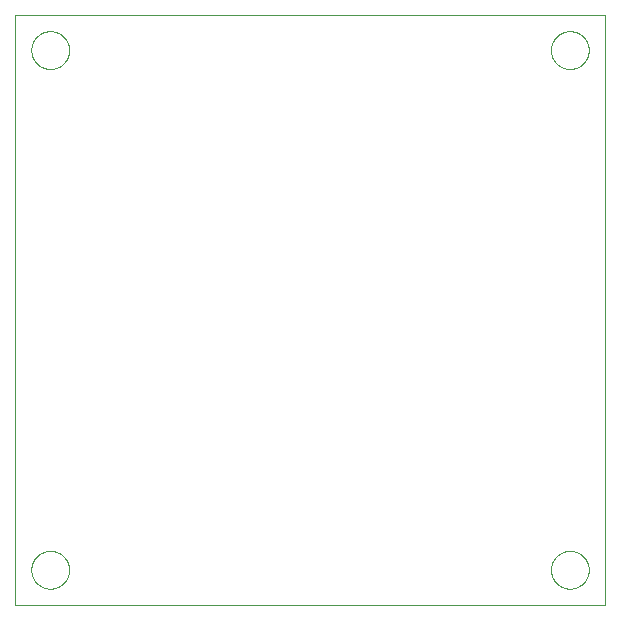
<source format=gbp>
G75*
%MOIN*%
%OFA0B0*%
%FSLAX25Y25*%
%IPPOS*%
%LPD*%
%AMOC8*
5,1,8,0,0,1.08239X$1,22.5*
%
%ADD10C,0.00000*%
D10*
X0002300Y0040837D02*
X0199150Y0040837D01*
X0199150Y0237687D01*
X0002300Y0237687D01*
X0002300Y0040837D01*
X0007812Y0052648D02*
X0007814Y0052806D01*
X0007820Y0052964D01*
X0007830Y0053122D01*
X0007844Y0053280D01*
X0007862Y0053437D01*
X0007883Y0053594D01*
X0007909Y0053750D01*
X0007939Y0053906D01*
X0007972Y0054061D01*
X0008010Y0054214D01*
X0008051Y0054367D01*
X0008096Y0054519D01*
X0008145Y0054670D01*
X0008198Y0054819D01*
X0008254Y0054967D01*
X0008314Y0055113D01*
X0008378Y0055258D01*
X0008446Y0055401D01*
X0008517Y0055543D01*
X0008591Y0055683D01*
X0008669Y0055820D01*
X0008751Y0055956D01*
X0008835Y0056090D01*
X0008924Y0056221D01*
X0009015Y0056350D01*
X0009110Y0056477D01*
X0009207Y0056602D01*
X0009308Y0056724D01*
X0009412Y0056843D01*
X0009519Y0056960D01*
X0009629Y0057074D01*
X0009742Y0057185D01*
X0009857Y0057294D01*
X0009975Y0057399D01*
X0010096Y0057501D01*
X0010219Y0057601D01*
X0010345Y0057697D01*
X0010473Y0057790D01*
X0010603Y0057880D01*
X0010736Y0057966D01*
X0010871Y0058050D01*
X0011007Y0058129D01*
X0011146Y0058206D01*
X0011287Y0058278D01*
X0011429Y0058348D01*
X0011573Y0058413D01*
X0011719Y0058475D01*
X0011866Y0058533D01*
X0012015Y0058588D01*
X0012165Y0058639D01*
X0012316Y0058686D01*
X0012468Y0058729D01*
X0012621Y0058768D01*
X0012776Y0058804D01*
X0012931Y0058835D01*
X0013087Y0058863D01*
X0013243Y0058887D01*
X0013400Y0058907D01*
X0013558Y0058923D01*
X0013715Y0058935D01*
X0013874Y0058943D01*
X0014032Y0058947D01*
X0014190Y0058947D01*
X0014348Y0058943D01*
X0014507Y0058935D01*
X0014664Y0058923D01*
X0014822Y0058907D01*
X0014979Y0058887D01*
X0015135Y0058863D01*
X0015291Y0058835D01*
X0015446Y0058804D01*
X0015601Y0058768D01*
X0015754Y0058729D01*
X0015906Y0058686D01*
X0016057Y0058639D01*
X0016207Y0058588D01*
X0016356Y0058533D01*
X0016503Y0058475D01*
X0016649Y0058413D01*
X0016793Y0058348D01*
X0016935Y0058278D01*
X0017076Y0058206D01*
X0017215Y0058129D01*
X0017351Y0058050D01*
X0017486Y0057966D01*
X0017619Y0057880D01*
X0017749Y0057790D01*
X0017877Y0057697D01*
X0018003Y0057601D01*
X0018126Y0057501D01*
X0018247Y0057399D01*
X0018365Y0057294D01*
X0018480Y0057185D01*
X0018593Y0057074D01*
X0018703Y0056960D01*
X0018810Y0056843D01*
X0018914Y0056724D01*
X0019015Y0056602D01*
X0019112Y0056477D01*
X0019207Y0056350D01*
X0019298Y0056221D01*
X0019387Y0056090D01*
X0019471Y0055956D01*
X0019553Y0055820D01*
X0019631Y0055683D01*
X0019705Y0055543D01*
X0019776Y0055401D01*
X0019844Y0055258D01*
X0019908Y0055113D01*
X0019968Y0054967D01*
X0020024Y0054819D01*
X0020077Y0054670D01*
X0020126Y0054519D01*
X0020171Y0054367D01*
X0020212Y0054214D01*
X0020250Y0054061D01*
X0020283Y0053906D01*
X0020313Y0053750D01*
X0020339Y0053594D01*
X0020360Y0053437D01*
X0020378Y0053280D01*
X0020392Y0053122D01*
X0020402Y0052964D01*
X0020408Y0052806D01*
X0020410Y0052648D01*
X0020408Y0052490D01*
X0020402Y0052332D01*
X0020392Y0052174D01*
X0020378Y0052016D01*
X0020360Y0051859D01*
X0020339Y0051702D01*
X0020313Y0051546D01*
X0020283Y0051390D01*
X0020250Y0051235D01*
X0020212Y0051082D01*
X0020171Y0050929D01*
X0020126Y0050777D01*
X0020077Y0050626D01*
X0020024Y0050477D01*
X0019968Y0050329D01*
X0019908Y0050183D01*
X0019844Y0050038D01*
X0019776Y0049895D01*
X0019705Y0049753D01*
X0019631Y0049613D01*
X0019553Y0049476D01*
X0019471Y0049340D01*
X0019387Y0049206D01*
X0019298Y0049075D01*
X0019207Y0048946D01*
X0019112Y0048819D01*
X0019015Y0048694D01*
X0018914Y0048572D01*
X0018810Y0048453D01*
X0018703Y0048336D01*
X0018593Y0048222D01*
X0018480Y0048111D01*
X0018365Y0048002D01*
X0018247Y0047897D01*
X0018126Y0047795D01*
X0018003Y0047695D01*
X0017877Y0047599D01*
X0017749Y0047506D01*
X0017619Y0047416D01*
X0017486Y0047330D01*
X0017351Y0047246D01*
X0017215Y0047167D01*
X0017076Y0047090D01*
X0016935Y0047018D01*
X0016793Y0046948D01*
X0016649Y0046883D01*
X0016503Y0046821D01*
X0016356Y0046763D01*
X0016207Y0046708D01*
X0016057Y0046657D01*
X0015906Y0046610D01*
X0015754Y0046567D01*
X0015601Y0046528D01*
X0015446Y0046492D01*
X0015291Y0046461D01*
X0015135Y0046433D01*
X0014979Y0046409D01*
X0014822Y0046389D01*
X0014664Y0046373D01*
X0014507Y0046361D01*
X0014348Y0046353D01*
X0014190Y0046349D01*
X0014032Y0046349D01*
X0013874Y0046353D01*
X0013715Y0046361D01*
X0013558Y0046373D01*
X0013400Y0046389D01*
X0013243Y0046409D01*
X0013087Y0046433D01*
X0012931Y0046461D01*
X0012776Y0046492D01*
X0012621Y0046528D01*
X0012468Y0046567D01*
X0012316Y0046610D01*
X0012165Y0046657D01*
X0012015Y0046708D01*
X0011866Y0046763D01*
X0011719Y0046821D01*
X0011573Y0046883D01*
X0011429Y0046948D01*
X0011287Y0047018D01*
X0011146Y0047090D01*
X0011007Y0047167D01*
X0010871Y0047246D01*
X0010736Y0047330D01*
X0010603Y0047416D01*
X0010473Y0047506D01*
X0010345Y0047599D01*
X0010219Y0047695D01*
X0010096Y0047795D01*
X0009975Y0047897D01*
X0009857Y0048002D01*
X0009742Y0048111D01*
X0009629Y0048222D01*
X0009519Y0048336D01*
X0009412Y0048453D01*
X0009308Y0048572D01*
X0009207Y0048694D01*
X0009110Y0048819D01*
X0009015Y0048946D01*
X0008924Y0049075D01*
X0008835Y0049206D01*
X0008751Y0049340D01*
X0008669Y0049476D01*
X0008591Y0049613D01*
X0008517Y0049753D01*
X0008446Y0049895D01*
X0008378Y0050038D01*
X0008314Y0050183D01*
X0008254Y0050329D01*
X0008198Y0050477D01*
X0008145Y0050626D01*
X0008096Y0050777D01*
X0008051Y0050929D01*
X0008010Y0051082D01*
X0007972Y0051235D01*
X0007939Y0051390D01*
X0007909Y0051546D01*
X0007883Y0051702D01*
X0007862Y0051859D01*
X0007844Y0052016D01*
X0007830Y0052174D01*
X0007820Y0052332D01*
X0007814Y0052490D01*
X0007812Y0052648D01*
X0007812Y0225876D02*
X0007814Y0226034D01*
X0007820Y0226192D01*
X0007830Y0226350D01*
X0007844Y0226508D01*
X0007862Y0226665D01*
X0007883Y0226822D01*
X0007909Y0226978D01*
X0007939Y0227134D01*
X0007972Y0227289D01*
X0008010Y0227442D01*
X0008051Y0227595D01*
X0008096Y0227747D01*
X0008145Y0227898D01*
X0008198Y0228047D01*
X0008254Y0228195D01*
X0008314Y0228341D01*
X0008378Y0228486D01*
X0008446Y0228629D01*
X0008517Y0228771D01*
X0008591Y0228911D01*
X0008669Y0229048D01*
X0008751Y0229184D01*
X0008835Y0229318D01*
X0008924Y0229449D01*
X0009015Y0229578D01*
X0009110Y0229705D01*
X0009207Y0229830D01*
X0009308Y0229952D01*
X0009412Y0230071D01*
X0009519Y0230188D01*
X0009629Y0230302D01*
X0009742Y0230413D01*
X0009857Y0230522D01*
X0009975Y0230627D01*
X0010096Y0230729D01*
X0010219Y0230829D01*
X0010345Y0230925D01*
X0010473Y0231018D01*
X0010603Y0231108D01*
X0010736Y0231194D01*
X0010871Y0231278D01*
X0011007Y0231357D01*
X0011146Y0231434D01*
X0011287Y0231506D01*
X0011429Y0231576D01*
X0011573Y0231641D01*
X0011719Y0231703D01*
X0011866Y0231761D01*
X0012015Y0231816D01*
X0012165Y0231867D01*
X0012316Y0231914D01*
X0012468Y0231957D01*
X0012621Y0231996D01*
X0012776Y0232032D01*
X0012931Y0232063D01*
X0013087Y0232091D01*
X0013243Y0232115D01*
X0013400Y0232135D01*
X0013558Y0232151D01*
X0013715Y0232163D01*
X0013874Y0232171D01*
X0014032Y0232175D01*
X0014190Y0232175D01*
X0014348Y0232171D01*
X0014507Y0232163D01*
X0014664Y0232151D01*
X0014822Y0232135D01*
X0014979Y0232115D01*
X0015135Y0232091D01*
X0015291Y0232063D01*
X0015446Y0232032D01*
X0015601Y0231996D01*
X0015754Y0231957D01*
X0015906Y0231914D01*
X0016057Y0231867D01*
X0016207Y0231816D01*
X0016356Y0231761D01*
X0016503Y0231703D01*
X0016649Y0231641D01*
X0016793Y0231576D01*
X0016935Y0231506D01*
X0017076Y0231434D01*
X0017215Y0231357D01*
X0017351Y0231278D01*
X0017486Y0231194D01*
X0017619Y0231108D01*
X0017749Y0231018D01*
X0017877Y0230925D01*
X0018003Y0230829D01*
X0018126Y0230729D01*
X0018247Y0230627D01*
X0018365Y0230522D01*
X0018480Y0230413D01*
X0018593Y0230302D01*
X0018703Y0230188D01*
X0018810Y0230071D01*
X0018914Y0229952D01*
X0019015Y0229830D01*
X0019112Y0229705D01*
X0019207Y0229578D01*
X0019298Y0229449D01*
X0019387Y0229318D01*
X0019471Y0229184D01*
X0019553Y0229048D01*
X0019631Y0228911D01*
X0019705Y0228771D01*
X0019776Y0228629D01*
X0019844Y0228486D01*
X0019908Y0228341D01*
X0019968Y0228195D01*
X0020024Y0228047D01*
X0020077Y0227898D01*
X0020126Y0227747D01*
X0020171Y0227595D01*
X0020212Y0227442D01*
X0020250Y0227289D01*
X0020283Y0227134D01*
X0020313Y0226978D01*
X0020339Y0226822D01*
X0020360Y0226665D01*
X0020378Y0226508D01*
X0020392Y0226350D01*
X0020402Y0226192D01*
X0020408Y0226034D01*
X0020410Y0225876D01*
X0020408Y0225718D01*
X0020402Y0225560D01*
X0020392Y0225402D01*
X0020378Y0225244D01*
X0020360Y0225087D01*
X0020339Y0224930D01*
X0020313Y0224774D01*
X0020283Y0224618D01*
X0020250Y0224463D01*
X0020212Y0224310D01*
X0020171Y0224157D01*
X0020126Y0224005D01*
X0020077Y0223854D01*
X0020024Y0223705D01*
X0019968Y0223557D01*
X0019908Y0223411D01*
X0019844Y0223266D01*
X0019776Y0223123D01*
X0019705Y0222981D01*
X0019631Y0222841D01*
X0019553Y0222704D01*
X0019471Y0222568D01*
X0019387Y0222434D01*
X0019298Y0222303D01*
X0019207Y0222174D01*
X0019112Y0222047D01*
X0019015Y0221922D01*
X0018914Y0221800D01*
X0018810Y0221681D01*
X0018703Y0221564D01*
X0018593Y0221450D01*
X0018480Y0221339D01*
X0018365Y0221230D01*
X0018247Y0221125D01*
X0018126Y0221023D01*
X0018003Y0220923D01*
X0017877Y0220827D01*
X0017749Y0220734D01*
X0017619Y0220644D01*
X0017486Y0220558D01*
X0017351Y0220474D01*
X0017215Y0220395D01*
X0017076Y0220318D01*
X0016935Y0220246D01*
X0016793Y0220176D01*
X0016649Y0220111D01*
X0016503Y0220049D01*
X0016356Y0219991D01*
X0016207Y0219936D01*
X0016057Y0219885D01*
X0015906Y0219838D01*
X0015754Y0219795D01*
X0015601Y0219756D01*
X0015446Y0219720D01*
X0015291Y0219689D01*
X0015135Y0219661D01*
X0014979Y0219637D01*
X0014822Y0219617D01*
X0014664Y0219601D01*
X0014507Y0219589D01*
X0014348Y0219581D01*
X0014190Y0219577D01*
X0014032Y0219577D01*
X0013874Y0219581D01*
X0013715Y0219589D01*
X0013558Y0219601D01*
X0013400Y0219617D01*
X0013243Y0219637D01*
X0013087Y0219661D01*
X0012931Y0219689D01*
X0012776Y0219720D01*
X0012621Y0219756D01*
X0012468Y0219795D01*
X0012316Y0219838D01*
X0012165Y0219885D01*
X0012015Y0219936D01*
X0011866Y0219991D01*
X0011719Y0220049D01*
X0011573Y0220111D01*
X0011429Y0220176D01*
X0011287Y0220246D01*
X0011146Y0220318D01*
X0011007Y0220395D01*
X0010871Y0220474D01*
X0010736Y0220558D01*
X0010603Y0220644D01*
X0010473Y0220734D01*
X0010345Y0220827D01*
X0010219Y0220923D01*
X0010096Y0221023D01*
X0009975Y0221125D01*
X0009857Y0221230D01*
X0009742Y0221339D01*
X0009629Y0221450D01*
X0009519Y0221564D01*
X0009412Y0221681D01*
X0009308Y0221800D01*
X0009207Y0221922D01*
X0009110Y0222047D01*
X0009015Y0222174D01*
X0008924Y0222303D01*
X0008835Y0222434D01*
X0008751Y0222568D01*
X0008669Y0222704D01*
X0008591Y0222841D01*
X0008517Y0222981D01*
X0008446Y0223123D01*
X0008378Y0223266D01*
X0008314Y0223411D01*
X0008254Y0223557D01*
X0008198Y0223705D01*
X0008145Y0223854D01*
X0008096Y0224005D01*
X0008051Y0224157D01*
X0008010Y0224310D01*
X0007972Y0224463D01*
X0007939Y0224618D01*
X0007909Y0224774D01*
X0007883Y0224930D01*
X0007862Y0225087D01*
X0007844Y0225244D01*
X0007830Y0225402D01*
X0007820Y0225560D01*
X0007814Y0225718D01*
X0007812Y0225876D01*
X0181040Y0225876D02*
X0181042Y0226034D01*
X0181048Y0226192D01*
X0181058Y0226350D01*
X0181072Y0226508D01*
X0181090Y0226665D01*
X0181111Y0226822D01*
X0181137Y0226978D01*
X0181167Y0227134D01*
X0181200Y0227289D01*
X0181238Y0227442D01*
X0181279Y0227595D01*
X0181324Y0227747D01*
X0181373Y0227898D01*
X0181426Y0228047D01*
X0181482Y0228195D01*
X0181542Y0228341D01*
X0181606Y0228486D01*
X0181674Y0228629D01*
X0181745Y0228771D01*
X0181819Y0228911D01*
X0181897Y0229048D01*
X0181979Y0229184D01*
X0182063Y0229318D01*
X0182152Y0229449D01*
X0182243Y0229578D01*
X0182338Y0229705D01*
X0182435Y0229830D01*
X0182536Y0229952D01*
X0182640Y0230071D01*
X0182747Y0230188D01*
X0182857Y0230302D01*
X0182970Y0230413D01*
X0183085Y0230522D01*
X0183203Y0230627D01*
X0183324Y0230729D01*
X0183447Y0230829D01*
X0183573Y0230925D01*
X0183701Y0231018D01*
X0183831Y0231108D01*
X0183964Y0231194D01*
X0184099Y0231278D01*
X0184235Y0231357D01*
X0184374Y0231434D01*
X0184515Y0231506D01*
X0184657Y0231576D01*
X0184801Y0231641D01*
X0184947Y0231703D01*
X0185094Y0231761D01*
X0185243Y0231816D01*
X0185393Y0231867D01*
X0185544Y0231914D01*
X0185696Y0231957D01*
X0185849Y0231996D01*
X0186004Y0232032D01*
X0186159Y0232063D01*
X0186315Y0232091D01*
X0186471Y0232115D01*
X0186628Y0232135D01*
X0186786Y0232151D01*
X0186943Y0232163D01*
X0187102Y0232171D01*
X0187260Y0232175D01*
X0187418Y0232175D01*
X0187576Y0232171D01*
X0187735Y0232163D01*
X0187892Y0232151D01*
X0188050Y0232135D01*
X0188207Y0232115D01*
X0188363Y0232091D01*
X0188519Y0232063D01*
X0188674Y0232032D01*
X0188829Y0231996D01*
X0188982Y0231957D01*
X0189134Y0231914D01*
X0189285Y0231867D01*
X0189435Y0231816D01*
X0189584Y0231761D01*
X0189731Y0231703D01*
X0189877Y0231641D01*
X0190021Y0231576D01*
X0190163Y0231506D01*
X0190304Y0231434D01*
X0190443Y0231357D01*
X0190579Y0231278D01*
X0190714Y0231194D01*
X0190847Y0231108D01*
X0190977Y0231018D01*
X0191105Y0230925D01*
X0191231Y0230829D01*
X0191354Y0230729D01*
X0191475Y0230627D01*
X0191593Y0230522D01*
X0191708Y0230413D01*
X0191821Y0230302D01*
X0191931Y0230188D01*
X0192038Y0230071D01*
X0192142Y0229952D01*
X0192243Y0229830D01*
X0192340Y0229705D01*
X0192435Y0229578D01*
X0192526Y0229449D01*
X0192615Y0229318D01*
X0192699Y0229184D01*
X0192781Y0229048D01*
X0192859Y0228911D01*
X0192933Y0228771D01*
X0193004Y0228629D01*
X0193072Y0228486D01*
X0193136Y0228341D01*
X0193196Y0228195D01*
X0193252Y0228047D01*
X0193305Y0227898D01*
X0193354Y0227747D01*
X0193399Y0227595D01*
X0193440Y0227442D01*
X0193478Y0227289D01*
X0193511Y0227134D01*
X0193541Y0226978D01*
X0193567Y0226822D01*
X0193588Y0226665D01*
X0193606Y0226508D01*
X0193620Y0226350D01*
X0193630Y0226192D01*
X0193636Y0226034D01*
X0193638Y0225876D01*
X0193636Y0225718D01*
X0193630Y0225560D01*
X0193620Y0225402D01*
X0193606Y0225244D01*
X0193588Y0225087D01*
X0193567Y0224930D01*
X0193541Y0224774D01*
X0193511Y0224618D01*
X0193478Y0224463D01*
X0193440Y0224310D01*
X0193399Y0224157D01*
X0193354Y0224005D01*
X0193305Y0223854D01*
X0193252Y0223705D01*
X0193196Y0223557D01*
X0193136Y0223411D01*
X0193072Y0223266D01*
X0193004Y0223123D01*
X0192933Y0222981D01*
X0192859Y0222841D01*
X0192781Y0222704D01*
X0192699Y0222568D01*
X0192615Y0222434D01*
X0192526Y0222303D01*
X0192435Y0222174D01*
X0192340Y0222047D01*
X0192243Y0221922D01*
X0192142Y0221800D01*
X0192038Y0221681D01*
X0191931Y0221564D01*
X0191821Y0221450D01*
X0191708Y0221339D01*
X0191593Y0221230D01*
X0191475Y0221125D01*
X0191354Y0221023D01*
X0191231Y0220923D01*
X0191105Y0220827D01*
X0190977Y0220734D01*
X0190847Y0220644D01*
X0190714Y0220558D01*
X0190579Y0220474D01*
X0190443Y0220395D01*
X0190304Y0220318D01*
X0190163Y0220246D01*
X0190021Y0220176D01*
X0189877Y0220111D01*
X0189731Y0220049D01*
X0189584Y0219991D01*
X0189435Y0219936D01*
X0189285Y0219885D01*
X0189134Y0219838D01*
X0188982Y0219795D01*
X0188829Y0219756D01*
X0188674Y0219720D01*
X0188519Y0219689D01*
X0188363Y0219661D01*
X0188207Y0219637D01*
X0188050Y0219617D01*
X0187892Y0219601D01*
X0187735Y0219589D01*
X0187576Y0219581D01*
X0187418Y0219577D01*
X0187260Y0219577D01*
X0187102Y0219581D01*
X0186943Y0219589D01*
X0186786Y0219601D01*
X0186628Y0219617D01*
X0186471Y0219637D01*
X0186315Y0219661D01*
X0186159Y0219689D01*
X0186004Y0219720D01*
X0185849Y0219756D01*
X0185696Y0219795D01*
X0185544Y0219838D01*
X0185393Y0219885D01*
X0185243Y0219936D01*
X0185094Y0219991D01*
X0184947Y0220049D01*
X0184801Y0220111D01*
X0184657Y0220176D01*
X0184515Y0220246D01*
X0184374Y0220318D01*
X0184235Y0220395D01*
X0184099Y0220474D01*
X0183964Y0220558D01*
X0183831Y0220644D01*
X0183701Y0220734D01*
X0183573Y0220827D01*
X0183447Y0220923D01*
X0183324Y0221023D01*
X0183203Y0221125D01*
X0183085Y0221230D01*
X0182970Y0221339D01*
X0182857Y0221450D01*
X0182747Y0221564D01*
X0182640Y0221681D01*
X0182536Y0221800D01*
X0182435Y0221922D01*
X0182338Y0222047D01*
X0182243Y0222174D01*
X0182152Y0222303D01*
X0182063Y0222434D01*
X0181979Y0222568D01*
X0181897Y0222704D01*
X0181819Y0222841D01*
X0181745Y0222981D01*
X0181674Y0223123D01*
X0181606Y0223266D01*
X0181542Y0223411D01*
X0181482Y0223557D01*
X0181426Y0223705D01*
X0181373Y0223854D01*
X0181324Y0224005D01*
X0181279Y0224157D01*
X0181238Y0224310D01*
X0181200Y0224463D01*
X0181167Y0224618D01*
X0181137Y0224774D01*
X0181111Y0224930D01*
X0181090Y0225087D01*
X0181072Y0225244D01*
X0181058Y0225402D01*
X0181048Y0225560D01*
X0181042Y0225718D01*
X0181040Y0225876D01*
X0181040Y0052648D02*
X0181042Y0052806D01*
X0181048Y0052964D01*
X0181058Y0053122D01*
X0181072Y0053280D01*
X0181090Y0053437D01*
X0181111Y0053594D01*
X0181137Y0053750D01*
X0181167Y0053906D01*
X0181200Y0054061D01*
X0181238Y0054214D01*
X0181279Y0054367D01*
X0181324Y0054519D01*
X0181373Y0054670D01*
X0181426Y0054819D01*
X0181482Y0054967D01*
X0181542Y0055113D01*
X0181606Y0055258D01*
X0181674Y0055401D01*
X0181745Y0055543D01*
X0181819Y0055683D01*
X0181897Y0055820D01*
X0181979Y0055956D01*
X0182063Y0056090D01*
X0182152Y0056221D01*
X0182243Y0056350D01*
X0182338Y0056477D01*
X0182435Y0056602D01*
X0182536Y0056724D01*
X0182640Y0056843D01*
X0182747Y0056960D01*
X0182857Y0057074D01*
X0182970Y0057185D01*
X0183085Y0057294D01*
X0183203Y0057399D01*
X0183324Y0057501D01*
X0183447Y0057601D01*
X0183573Y0057697D01*
X0183701Y0057790D01*
X0183831Y0057880D01*
X0183964Y0057966D01*
X0184099Y0058050D01*
X0184235Y0058129D01*
X0184374Y0058206D01*
X0184515Y0058278D01*
X0184657Y0058348D01*
X0184801Y0058413D01*
X0184947Y0058475D01*
X0185094Y0058533D01*
X0185243Y0058588D01*
X0185393Y0058639D01*
X0185544Y0058686D01*
X0185696Y0058729D01*
X0185849Y0058768D01*
X0186004Y0058804D01*
X0186159Y0058835D01*
X0186315Y0058863D01*
X0186471Y0058887D01*
X0186628Y0058907D01*
X0186786Y0058923D01*
X0186943Y0058935D01*
X0187102Y0058943D01*
X0187260Y0058947D01*
X0187418Y0058947D01*
X0187576Y0058943D01*
X0187735Y0058935D01*
X0187892Y0058923D01*
X0188050Y0058907D01*
X0188207Y0058887D01*
X0188363Y0058863D01*
X0188519Y0058835D01*
X0188674Y0058804D01*
X0188829Y0058768D01*
X0188982Y0058729D01*
X0189134Y0058686D01*
X0189285Y0058639D01*
X0189435Y0058588D01*
X0189584Y0058533D01*
X0189731Y0058475D01*
X0189877Y0058413D01*
X0190021Y0058348D01*
X0190163Y0058278D01*
X0190304Y0058206D01*
X0190443Y0058129D01*
X0190579Y0058050D01*
X0190714Y0057966D01*
X0190847Y0057880D01*
X0190977Y0057790D01*
X0191105Y0057697D01*
X0191231Y0057601D01*
X0191354Y0057501D01*
X0191475Y0057399D01*
X0191593Y0057294D01*
X0191708Y0057185D01*
X0191821Y0057074D01*
X0191931Y0056960D01*
X0192038Y0056843D01*
X0192142Y0056724D01*
X0192243Y0056602D01*
X0192340Y0056477D01*
X0192435Y0056350D01*
X0192526Y0056221D01*
X0192615Y0056090D01*
X0192699Y0055956D01*
X0192781Y0055820D01*
X0192859Y0055683D01*
X0192933Y0055543D01*
X0193004Y0055401D01*
X0193072Y0055258D01*
X0193136Y0055113D01*
X0193196Y0054967D01*
X0193252Y0054819D01*
X0193305Y0054670D01*
X0193354Y0054519D01*
X0193399Y0054367D01*
X0193440Y0054214D01*
X0193478Y0054061D01*
X0193511Y0053906D01*
X0193541Y0053750D01*
X0193567Y0053594D01*
X0193588Y0053437D01*
X0193606Y0053280D01*
X0193620Y0053122D01*
X0193630Y0052964D01*
X0193636Y0052806D01*
X0193638Y0052648D01*
X0193636Y0052490D01*
X0193630Y0052332D01*
X0193620Y0052174D01*
X0193606Y0052016D01*
X0193588Y0051859D01*
X0193567Y0051702D01*
X0193541Y0051546D01*
X0193511Y0051390D01*
X0193478Y0051235D01*
X0193440Y0051082D01*
X0193399Y0050929D01*
X0193354Y0050777D01*
X0193305Y0050626D01*
X0193252Y0050477D01*
X0193196Y0050329D01*
X0193136Y0050183D01*
X0193072Y0050038D01*
X0193004Y0049895D01*
X0192933Y0049753D01*
X0192859Y0049613D01*
X0192781Y0049476D01*
X0192699Y0049340D01*
X0192615Y0049206D01*
X0192526Y0049075D01*
X0192435Y0048946D01*
X0192340Y0048819D01*
X0192243Y0048694D01*
X0192142Y0048572D01*
X0192038Y0048453D01*
X0191931Y0048336D01*
X0191821Y0048222D01*
X0191708Y0048111D01*
X0191593Y0048002D01*
X0191475Y0047897D01*
X0191354Y0047795D01*
X0191231Y0047695D01*
X0191105Y0047599D01*
X0190977Y0047506D01*
X0190847Y0047416D01*
X0190714Y0047330D01*
X0190579Y0047246D01*
X0190443Y0047167D01*
X0190304Y0047090D01*
X0190163Y0047018D01*
X0190021Y0046948D01*
X0189877Y0046883D01*
X0189731Y0046821D01*
X0189584Y0046763D01*
X0189435Y0046708D01*
X0189285Y0046657D01*
X0189134Y0046610D01*
X0188982Y0046567D01*
X0188829Y0046528D01*
X0188674Y0046492D01*
X0188519Y0046461D01*
X0188363Y0046433D01*
X0188207Y0046409D01*
X0188050Y0046389D01*
X0187892Y0046373D01*
X0187735Y0046361D01*
X0187576Y0046353D01*
X0187418Y0046349D01*
X0187260Y0046349D01*
X0187102Y0046353D01*
X0186943Y0046361D01*
X0186786Y0046373D01*
X0186628Y0046389D01*
X0186471Y0046409D01*
X0186315Y0046433D01*
X0186159Y0046461D01*
X0186004Y0046492D01*
X0185849Y0046528D01*
X0185696Y0046567D01*
X0185544Y0046610D01*
X0185393Y0046657D01*
X0185243Y0046708D01*
X0185094Y0046763D01*
X0184947Y0046821D01*
X0184801Y0046883D01*
X0184657Y0046948D01*
X0184515Y0047018D01*
X0184374Y0047090D01*
X0184235Y0047167D01*
X0184099Y0047246D01*
X0183964Y0047330D01*
X0183831Y0047416D01*
X0183701Y0047506D01*
X0183573Y0047599D01*
X0183447Y0047695D01*
X0183324Y0047795D01*
X0183203Y0047897D01*
X0183085Y0048002D01*
X0182970Y0048111D01*
X0182857Y0048222D01*
X0182747Y0048336D01*
X0182640Y0048453D01*
X0182536Y0048572D01*
X0182435Y0048694D01*
X0182338Y0048819D01*
X0182243Y0048946D01*
X0182152Y0049075D01*
X0182063Y0049206D01*
X0181979Y0049340D01*
X0181897Y0049476D01*
X0181819Y0049613D01*
X0181745Y0049753D01*
X0181674Y0049895D01*
X0181606Y0050038D01*
X0181542Y0050183D01*
X0181482Y0050329D01*
X0181426Y0050477D01*
X0181373Y0050626D01*
X0181324Y0050777D01*
X0181279Y0050929D01*
X0181238Y0051082D01*
X0181200Y0051235D01*
X0181167Y0051390D01*
X0181137Y0051546D01*
X0181111Y0051702D01*
X0181090Y0051859D01*
X0181072Y0052016D01*
X0181058Y0052174D01*
X0181048Y0052332D01*
X0181042Y0052490D01*
X0181040Y0052648D01*
M02*

</source>
